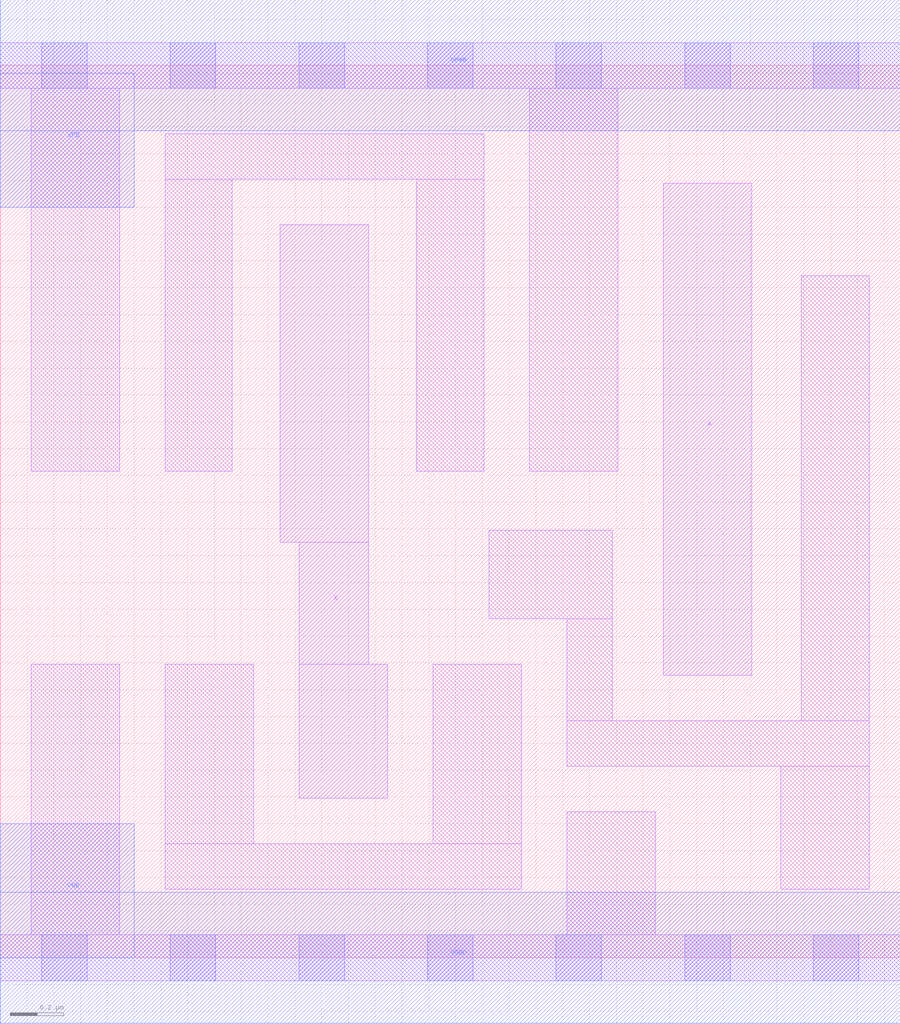
<source format=lef>
# Copyright 2020 The SkyWater PDK Authors
#
# Licensed under the Apache License, Version 2.0 (the "License");
# you may not use this file except in compliance with the License.
# You may obtain a copy of the License at
#
#     https://www.apache.org/licenses/LICENSE-2.0
#
# Unless required by applicable law or agreed to in writing, software
# distributed under the License is distributed on an "AS IS" BASIS,
# WITHOUT WARRANTIES OR CONDITIONS OF ANY KIND, either express or implied.
# See the License for the specific language governing permissions and
# limitations under the License.
#
# SPDX-License-Identifier: Apache-2.0

VERSION 5.5 ;
NAMESCASESENSITIVE ON ;
BUSBITCHARS "[]" ;
DIVIDERCHAR "/" ;
MACRO sky130_fd_sc_lp__buflp_2
  CLASS CORE ;
  SOURCE USER ;
  ORIGIN  0.000000  0.000000 ;
  SIZE  3.360000 BY  3.330000 ;
  SYMMETRY X Y R90 ;
  SITE unit ;
  PIN A
    ANTENNAGATEAREA  0.318000 ;
    DIRECTION INPUT ;
    USE SIGNAL ;
    PORT
      LAYER li1 ;
        RECT 2.475000 1.055000 2.805000 2.890000 ;
    END
  END A
  PIN X
    ANTENNADIFFAREA  0.646800 ;
    DIRECTION OUTPUT ;
    USE SIGNAL ;
    PORT
      LAYER li1 ;
        RECT 1.045000 1.550000 1.375000 2.735000 ;
        RECT 1.115000 0.595000 1.445000 1.095000 ;
        RECT 1.115000 1.095000 1.375000 1.550000 ;
    END
  END X
  PIN VGND
    DIRECTION INOUT ;
    USE GROUND ;
    PORT
      LAYER met1 ;
        RECT 0.000000 -0.245000 3.360000 0.245000 ;
    END
  END VGND
  PIN VNB
    DIRECTION INOUT ;
    USE GROUND ;
    PORT
    END
  END VNB
  PIN VPB
    DIRECTION INOUT ;
    USE POWER ;
    PORT
    END
  END VPB
  PIN VNB
    DIRECTION INOUT ;
    USE GROUND ;
    PORT
      LAYER met1 ;
        RECT 0.000000 0.000000 0.500000 0.500000 ;
    END
  END VNB
  PIN VPB
    DIRECTION INOUT ;
    USE POWER ;
    PORT
      LAYER met1 ;
        RECT 0.000000 2.800000 0.500000 3.300000 ;
    END
  END VPB
  PIN VPWR
    DIRECTION INOUT ;
    USE POWER ;
    PORT
      LAYER met1 ;
        RECT 0.000000 3.085000 3.360000 3.575000 ;
    END
  END VPWR
  OBS
    LAYER li1 ;
      RECT 0.000000 -0.085000 3.360000 0.085000 ;
      RECT 0.000000  3.245000 3.360000 3.415000 ;
      RECT 0.115000  0.085000 0.445000 1.095000 ;
      RECT 0.115000  1.815000 0.445000 3.245000 ;
      RECT 0.615000  0.255000 1.945000 0.425000 ;
      RECT 0.615000  0.425000 0.945000 1.095000 ;
      RECT 0.615000  1.815000 0.865000 2.905000 ;
      RECT 0.615000  2.905000 1.805000 3.075000 ;
      RECT 1.555000  1.815000 1.805000 2.905000 ;
      RECT 1.615000  0.425000 1.945000 1.095000 ;
      RECT 1.825000  1.265000 2.285000 1.595000 ;
      RECT 1.975000  1.815000 2.305000 3.245000 ;
      RECT 2.115000  0.085000 2.445000 0.545000 ;
      RECT 2.115000  0.715000 3.245000 0.885000 ;
      RECT 2.115000  0.885000 2.285000 1.265000 ;
      RECT 2.915000  0.255000 3.245000 0.715000 ;
      RECT 2.990000  0.885000 3.245000 2.545000 ;
    LAYER mcon ;
      RECT 0.155000 -0.085000 0.325000 0.085000 ;
      RECT 0.155000  3.245000 0.325000 3.415000 ;
      RECT 0.635000 -0.085000 0.805000 0.085000 ;
      RECT 0.635000  3.245000 0.805000 3.415000 ;
      RECT 1.115000 -0.085000 1.285000 0.085000 ;
      RECT 1.115000  3.245000 1.285000 3.415000 ;
      RECT 1.595000 -0.085000 1.765000 0.085000 ;
      RECT 1.595000  3.245000 1.765000 3.415000 ;
      RECT 2.075000 -0.085000 2.245000 0.085000 ;
      RECT 2.075000  3.245000 2.245000 3.415000 ;
      RECT 2.555000 -0.085000 2.725000 0.085000 ;
      RECT 2.555000  3.245000 2.725000 3.415000 ;
      RECT 3.035000 -0.085000 3.205000 0.085000 ;
      RECT 3.035000  3.245000 3.205000 3.415000 ;
  END
END sky130_fd_sc_lp__buflp_2
END LIBRARY

</source>
